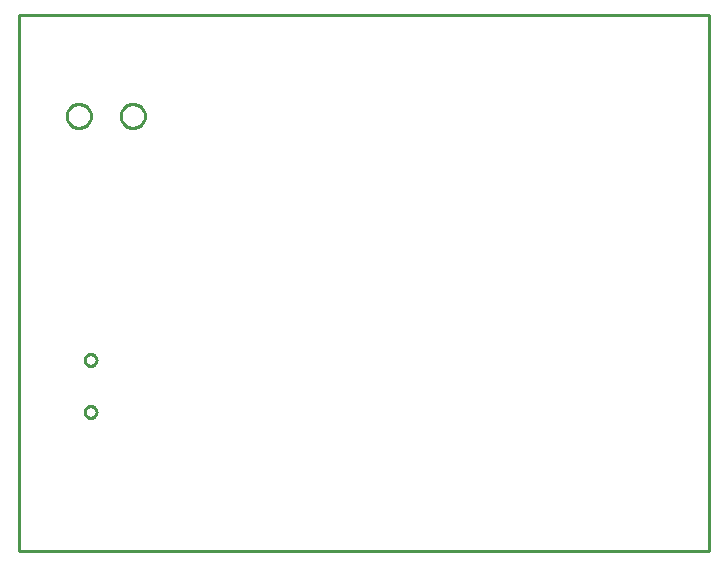
<source format=gbr>
G04 EAGLE Gerber X2 export*
%TF.Part,Single*%
%TF.FileFunction,Profile,NP*%
%TF.FilePolarity,Positive*%
%TF.GenerationSoftware,Autodesk,EAGLE,9.2.2*%
%TF.CreationDate,2018-11-13T01:57:23Z*%
G75*
%MOMM*%
%FSLAX34Y34*%
%LPD*%
%IN*%
%AMOC8*
5,1,8,0,0,1.08239X$1,22.5*%
G01*
%ADD10C,0.254000*%


D10*
X76200Y101600D02*
X660200Y101600D01*
X660200Y555500D01*
X76200Y555500D01*
X76200Y101600D01*
X136719Y258300D02*
X136161Y258363D01*
X135614Y258488D01*
X135084Y258673D01*
X134578Y258917D01*
X134102Y259216D01*
X133663Y259566D01*
X133266Y259963D01*
X132916Y260402D01*
X132617Y260878D01*
X132373Y261384D01*
X132188Y261914D01*
X132063Y262461D01*
X132000Y263019D01*
X132000Y263581D01*
X132063Y264139D01*
X132188Y264686D01*
X132373Y265216D01*
X132617Y265722D01*
X132916Y266198D01*
X133266Y266637D01*
X133663Y267034D01*
X134102Y267384D01*
X134578Y267683D01*
X135084Y267927D01*
X135614Y268112D01*
X136161Y268237D01*
X136719Y268300D01*
X137281Y268300D01*
X137839Y268237D01*
X138386Y268112D01*
X138916Y267927D01*
X139422Y267683D01*
X139898Y267384D01*
X140337Y267034D01*
X140734Y266637D01*
X141084Y266198D01*
X141383Y265722D01*
X141627Y265216D01*
X141812Y264686D01*
X141937Y264139D01*
X142000Y263581D01*
X142000Y263019D01*
X141937Y262461D01*
X141812Y261914D01*
X141627Y261384D01*
X141383Y260878D01*
X141084Y260402D01*
X140734Y259963D01*
X140337Y259566D01*
X139898Y259216D01*
X139422Y258917D01*
X138916Y258673D01*
X138386Y258488D01*
X137839Y258363D01*
X137281Y258300D01*
X136719Y258300D01*
X136719Y214300D02*
X136161Y214363D01*
X135614Y214488D01*
X135084Y214673D01*
X134578Y214917D01*
X134102Y215216D01*
X133663Y215566D01*
X133266Y215963D01*
X132916Y216402D01*
X132617Y216878D01*
X132373Y217384D01*
X132188Y217914D01*
X132063Y218461D01*
X132000Y219019D01*
X132000Y219581D01*
X132063Y220139D01*
X132188Y220686D01*
X132373Y221216D01*
X132617Y221722D01*
X132916Y222198D01*
X133266Y222637D01*
X133663Y223034D01*
X134102Y223384D01*
X134578Y223683D01*
X135084Y223927D01*
X135614Y224112D01*
X136161Y224237D01*
X136719Y224300D01*
X137281Y224300D01*
X137839Y224237D01*
X138386Y224112D01*
X138916Y223927D01*
X139422Y223683D01*
X139898Y223384D01*
X140337Y223034D01*
X140734Y222637D01*
X141084Y222198D01*
X141383Y221722D01*
X141627Y221216D01*
X141812Y220686D01*
X141937Y220139D01*
X142000Y219581D01*
X142000Y219019D01*
X141937Y218461D01*
X141812Y217914D01*
X141627Y217384D01*
X141383Y216878D01*
X141084Y216402D01*
X140734Y215963D01*
X140337Y215566D01*
X139898Y215216D01*
X139422Y214917D01*
X138916Y214673D01*
X138386Y214488D01*
X137839Y214363D01*
X137281Y214300D01*
X136719Y214300D01*
X137160Y469456D02*
X137083Y468573D01*
X136929Y467699D01*
X136699Y466842D01*
X136396Y466008D01*
X136021Y465204D01*
X135577Y464436D01*
X135068Y463709D01*
X134498Y463029D01*
X133871Y462402D01*
X133191Y461832D01*
X132464Y461323D01*
X131696Y460879D01*
X130892Y460504D01*
X130058Y460201D01*
X129201Y459971D01*
X128327Y459817D01*
X127444Y459740D01*
X126556Y459740D01*
X125673Y459817D01*
X124799Y459971D01*
X123942Y460201D01*
X123108Y460504D01*
X122304Y460879D01*
X121536Y461323D01*
X120809Y461832D01*
X120129Y462402D01*
X119502Y463029D01*
X118932Y463709D01*
X118423Y464436D01*
X117979Y465204D01*
X117604Y466008D01*
X117301Y466842D01*
X117071Y467699D01*
X116917Y468573D01*
X116840Y469456D01*
X116840Y470344D01*
X116917Y471227D01*
X117071Y472101D01*
X117301Y472958D01*
X117604Y473792D01*
X117979Y474596D01*
X118423Y475364D01*
X118932Y476091D01*
X119502Y476771D01*
X120129Y477398D01*
X120809Y477968D01*
X121536Y478477D01*
X122304Y478921D01*
X123108Y479296D01*
X123942Y479599D01*
X124799Y479829D01*
X125673Y479983D01*
X126556Y480060D01*
X127444Y480060D01*
X128327Y479983D01*
X129201Y479829D01*
X130058Y479599D01*
X130892Y479296D01*
X131696Y478921D01*
X132464Y478477D01*
X133191Y477968D01*
X133871Y477398D01*
X134498Y476771D01*
X135068Y476091D01*
X135577Y475364D01*
X136021Y474596D01*
X136396Y473792D01*
X136699Y472958D01*
X136929Y472101D01*
X137083Y471227D01*
X137160Y470344D01*
X137160Y469456D01*
X182880Y469456D02*
X182803Y468573D01*
X182649Y467699D01*
X182419Y466842D01*
X182116Y466008D01*
X181741Y465204D01*
X181297Y464436D01*
X180788Y463709D01*
X180218Y463029D01*
X179591Y462402D01*
X178911Y461832D01*
X178184Y461323D01*
X177416Y460879D01*
X176612Y460504D01*
X175778Y460201D01*
X174921Y459971D01*
X174047Y459817D01*
X173164Y459740D01*
X172276Y459740D01*
X171393Y459817D01*
X170519Y459971D01*
X169662Y460201D01*
X168828Y460504D01*
X168024Y460879D01*
X167256Y461323D01*
X166529Y461832D01*
X165849Y462402D01*
X165222Y463029D01*
X164652Y463709D01*
X164143Y464436D01*
X163699Y465204D01*
X163324Y466008D01*
X163021Y466842D01*
X162791Y467699D01*
X162637Y468573D01*
X162560Y469456D01*
X162560Y470344D01*
X162637Y471227D01*
X162791Y472101D01*
X163021Y472958D01*
X163324Y473792D01*
X163699Y474596D01*
X164143Y475364D01*
X164652Y476091D01*
X165222Y476771D01*
X165849Y477398D01*
X166529Y477968D01*
X167256Y478477D01*
X168024Y478921D01*
X168828Y479296D01*
X169662Y479599D01*
X170519Y479829D01*
X171393Y479983D01*
X172276Y480060D01*
X173164Y480060D01*
X174047Y479983D01*
X174921Y479829D01*
X175778Y479599D01*
X176612Y479296D01*
X177416Y478921D01*
X178184Y478477D01*
X178911Y477968D01*
X179591Y477398D01*
X180218Y476771D01*
X180788Y476091D01*
X181297Y475364D01*
X181741Y474596D01*
X182116Y473792D01*
X182419Y472958D01*
X182649Y472101D01*
X182803Y471227D01*
X182880Y470344D01*
X182880Y469456D01*
M02*

</source>
